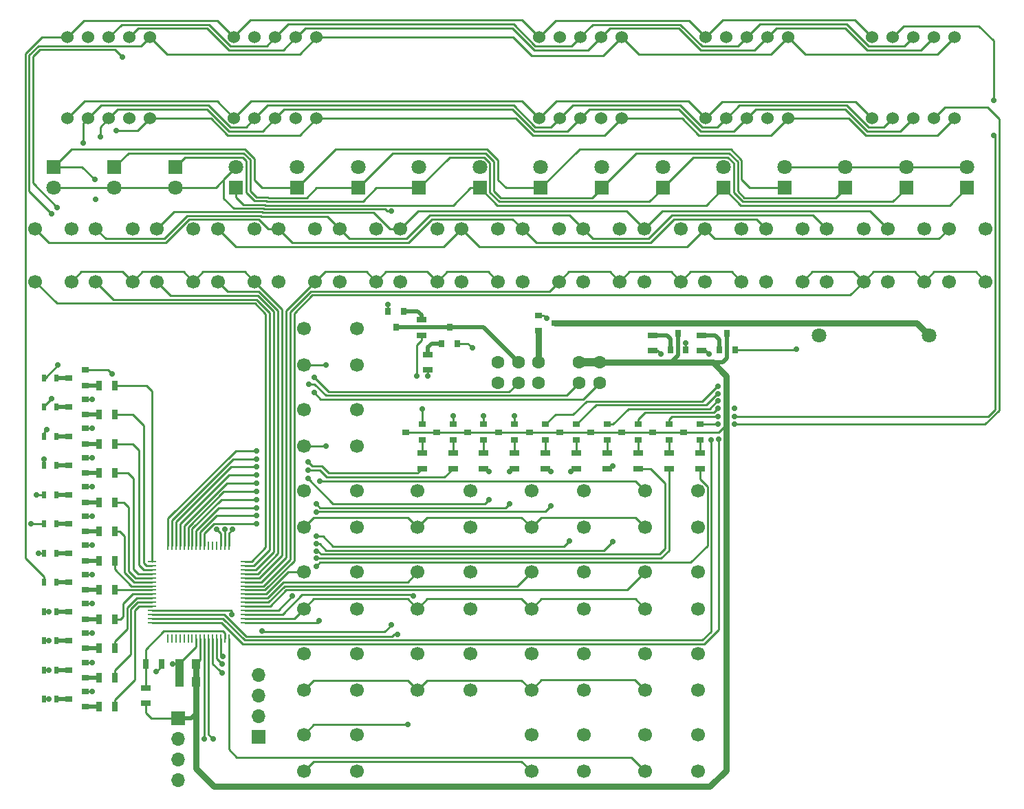
<source format=gbr>
G04 #@! TF.FileFunction,Copper,L1,Top,Signal*
%FSLAX46Y46*%
G04 Gerber Fmt 4.6, Leading zero omitted, Abs format (unit mm)*
G04 Created by KiCad (PCBNEW 4.0.7) date 05/15/18 18:49:16*
%MOMM*%
%LPD*%
G01*
G04 APERTURE LIST*
%ADD10C,0.100000*%
%ADD11R,1.800000X1.800000*%
%ADD12C,1.800000*%
%ADD13R,0.900000X0.800000*%
%ADD14R,1.000000X1.250000*%
%ADD15R,1.700000X1.700000*%
%ADD16O,1.700000X1.700000*%
%ADD17R,0.800000X0.900000*%
%ADD18R,1.300000X0.700000*%
%ADD19R,0.700000X1.300000*%
%ADD20R,0.500000X0.900000*%
%ADD21C,1.600000*%
%ADD22R,0.250000X1.000000*%
%ADD23R,1.000000X0.250000*%
%ADD24C,1.524000*%
%ADD25C,1.700000*%
%ADD26C,0.700000*%
%ADD27C,0.250000*%
%ADD28C,0.800000*%
%ADD29C,1.000000*%
%ADD30C,0.500000*%
G04 APERTURE END LIST*
D10*
D11*
X109170000Y-77620000D03*
D12*
X109170000Y-80160000D03*
X201995000Y-98340000D03*
X188405000Y-98340000D03*
D13*
X98100000Y-104500000D03*
X98100000Y-102600000D03*
X96100000Y-103550000D03*
D11*
X199170000Y-80170000D03*
D12*
X199170000Y-77630000D03*
D14*
X111700000Y-141000000D03*
X109700000Y-141000000D03*
X111700000Y-138850000D03*
X109700000Y-138850000D03*
D11*
X184170000Y-80170000D03*
D12*
X184170000Y-77630000D03*
D11*
X154170000Y-80170000D03*
D12*
X154170000Y-77630000D03*
D11*
X124170000Y-80170000D03*
D12*
X124170000Y-77630000D03*
D11*
X94170000Y-77620000D03*
D12*
X94170000Y-80160000D03*
D11*
X191670000Y-80170000D03*
D12*
X191670000Y-77630000D03*
D11*
X161670000Y-80170000D03*
D12*
X161670000Y-77630000D03*
D11*
X131670000Y-80170000D03*
D12*
X131670000Y-77630000D03*
D11*
X101670000Y-77620000D03*
D12*
X101670000Y-80160000D03*
D11*
X169170000Y-80170000D03*
D12*
X169170000Y-77630000D03*
D11*
X139170000Y-80170000D03*
D12*
X139170000Y-77630000D03*
D11*
X206670000Y-80170000D03*
D12*
X206670000Y-77630000D03*
D11*
X176670000Y-80170000D03*
D12*
X176670000Y-77630000D03*
D11*
X146670000Y-80170000D03*
D12*
X146670000Y-77630000D03*
D11*
X116670000Y-80170000D03*
D12*
X116670000Y-77630000D03*
D15*
X109550000Y-145500000D03*
D16*
X109550000Y-148040000D03*
X109550000Y-150580000D03*
X109550000Y-153120000D03*
D13*
X153900000Y-95850000D03*
X153900000Y-97750000D03*
X155900000Y-96800000D03*
X139550000Y-111200000D03*
X139550000Y-109300000D03*
X137550000Y-110250000D03*
X143350000Y-111200000D03*
X143350000Y-109300000D03*
X141350000Y-110250000D03*
X147150000Y-111200000D03*
X147150000Y-109300000D03*
X145150000Y-110250000D03*
X150950000Y-111200000D03*
X150950000Y-109300000D03*
X148950000Y-110250000D03*
X154750000Y-111200000D03*
X154750000Y-109300000D03*
X152750000Y-110250000D03*
X158550000Y-111200000D03*
X158550000Y-109300000D03*
X156550000Y-110250000D03*
X162350000Y-111200000D03*
X162350000Y-109300000D03*
X160350000Y-110250000D03*
X166150000Y-111200000D03*
X166150000Y-109300000D03*
X164150000Y-110250000D03*
X169950000Y-111200000D03*
X169950000Y-109300000D03*
X167950000Y-110250000D03*
X98100000Y-129700000D03*
X98100000Y-127800000D03*
X96100000Y-128750000D03*
X98100000Y-126100000D03*
X98100000Y-124200000D03*
X96100000Y-125150000D03*
X98100000Y-122500000D03*
X98100000Y-120600000D03*
X96100000Y-121550000D03*
X98100000Y-118900000D03*
X98100000Y-117000000D03*
X96100000Y-117950000D03*
X98100000Y-115300000D03*
X98100000Y-113400000D03*
X96100000Y-114350000D03*
X98100000Y-111700000D03*
X98100000Y-109800000D03*
X96100000Y-110750000D03*
X98100000Y-108100000D03*
X98100000Y-106200000D03*
X96100000Y-107150000D03*
D17*
X176160000Y-100120000D03*
X178060000Y-100120000D03*
X177110000Y-98120000D03*
X170120000Y-100120000D03*
X172020000Y-100120000D03*
X171070000Y-98120000D03*
X141980000Y-99330000D03*
X143880000Y-99330000D03*
X142930000Y-97330000D03*
X137270000Y-95340000D03*
X135370000Y-95340000D03*
X136320000Y-97340000D03*
D13*
X98100000Y-144100000D03*
X98100000Y-142200000D03*
X96100000Y-143150000D03*
X98100000Y-140500000D03*
X98100000Y-138600000D03*
X96100000Y-139550000D03*
X98100000Y-136900000D03*
X98100000Y-135000000D03*
X96100000Y-135950000D03*
X98100000Y-133300000D03*
X98100000Y-131400000D03*
X96100000Y-132350000D03*
D18*
X105550000Y-143650000D03*
X105550000Y-141750000D03*
D19*
X105550000Y-138850000D03*
X107450000Y-138850000D03*
D18*
X139550000Y-112850000D03*
X139550000Y-114750000D03*
X143350000Y-112850000D03*
X143350000Y-114750000D03*
X147150000Y-112850000D03*
X147150000Y-114750000D03*
X150950000Y-112850000D03*
X150950000Y-114750000D03*
X154750000Y-112850000D03*
X154750000Y-114750000D03*
X158550000Y-112850000D03*
X158550000Y-114750000D03*
X162350000Y-112850000D03*
X162350000Y-114750000D03*
X166150000Y-112850000D03*
X166150000Y-114750000D03*
X169950000Y-112850000D03*
X169950000Y-114750000D03*
D20*
X94500000Y-128750000D03*
X93000000Y-128750000D03*
X94500000Y-125150000D03*
X93000000Y-125150000D03*
X94500000Y-121550000D03*
X93000000Y-121550000D03*
X94500000Y-117950000D03*
X93000000Y-117950000D03*
X94500000Y-114350000D03*
X93000000Y-114350000D03*
X94500000Y-110750000D03*
X93000000Y-110750000D03*
X94500000Y-107150000D03*
X93000000Y-107150000D03*
D19*
X101700000Y-129700000D03*
X99800000Y-129700000D03*
X101700000Y-126100000D03*
X99800000Y-126100000D03*
X101700000Y-122500000D03*
X99800000Y-122500000D03*
X101700000Y-118900000D03*
X99800000Y-118900000D03*
X101700000Y-115300000D03*
X99800000Y-115300000D03*
X101700000Y-111700000D03*
X99800000Y-111700000D03*
X101700000Y-108100000D03*
X99800000Y-108100000D03*
D18*
X173960000Y-98320000D03*
X173960000Y-100220000D03*
X167920000Y-98330000D03*
X167920000Y-100230000D03*
X140240000Y-100670000D03*
X140240000Y-102570000D03*
X139470000Y-96430000D03*
X139470000Y-98330000D03*
D20*
X93000000Y-143150000D03*
X94500000Y-143150000D03*
X93000000Y-139550000D03*
X94500000Y-139550000D03*
X93000000Y-135950000D03*
X94500000Y-135950000D03*
X93000000Y-132350000D03*
X94500000Y-132350000D03*
D19*
X101700000Y-144100000D03*
X99800000Y-144100000D03*
X101700000Y-140500000D03*
X99800000Y-140500000D03*
X101700000Y-136900000D03*
X99800000Y-136900000D03*
X101700000Y-133300000D03*
X99800000Y-133300000D03*
D21*
X148900000Y-104150000D03*
X151400000Y-104150000D03*
X153900000Y-104150000D03*
X158900000Y-104150000D03*
X161400000Y-104150000D03*
X161400000Y-101650000D03*
X158900000Y-101650000D03*
X153900000Y-101650000D03*
X151400000Y-101650000D03*
X148900000Y-101650000D03*
D22*
X108250000Y-135650000D03*
X108750000Y-135650000D03*
X109250000Y-135650000D03*
X109750000Y-135650000D03*
X110250000Y-135650000D03*
X110750000Y-135650000D03*
X111250000Y-135650000D03*
X111750000Y-135650000D03*
X112250000Y-135650000D03*
X112750000Y-135650000D03*
X113250000Y-135650000D03*
X113750000Y-135650000D03*
X114250000Y-135650000D03*
X114750000Y-135650000D03*
X115250000Y-135650000D03*
X115750000Y-135650000D03*
D23*
X117700000Y-133700000D03*
X117700000Y-133200000D03*
X117700000Y-132700000D03*
X117700000Y-132200000D03*
X117700000Y-131700000D03*
X117700000Y-131200000D03*
X117700000Y-130700000D03*
X117700000Y-130200000D03*
X117700000Y-129700000D03*
X117700000Y-129200000D03*
X117700000Y-128700000D03*
X117700000Y-128200000D03*
X117700000Y-127700000D03*
X117700000Y-127200000D03*
X117700000Y-126700000D03*
X117700000Y-126200000D03*
D22*
X115750000Y-124250000D03*
X115250000Y-124250000D03*
X114750000Y-124250000D03*
X114250000Y-124250000D03*
X113750000Y-124250000D03*
X113250000Y-124250000D03*
X112750000Y-124250000D03*
X112250000Y-124250000D03*
X111750000Y-124250000D03*
X111250000Y-124250000D03*
X110750000Y-124250000D03*
X110250000Y-124250000D03*
X109750000Y-124250000D03*
X109250000Y-124250000D03*
X108750000Y-124250000D03*
X108250000Y-124250000D03*
D23*
X106300000Y-126200000D03*
X106300000Y-126700000D03*
X106300000Y-127200000D03*
X106300000Y-127700000D03*
X106300000Y-128200000D03*
X106300000Y-128700000D03*
X106300000Y-129200000D03*
X106300000Y-129700000D03*
X106300000Y-130200000D03*
X106300000Y-130700000D03*
X106300000Y-131200000D03*
X106300000Y-131700000D03*
X106300000Y-132200000D03*
X106300000Y-132700000D03*
X106300000Y-133200000D03*
X106300000Y-133700000D03*
D24*
X95920000Y-71600000D03*
X98460000Y-71600000D03*
X101000000Y-71600000D03*
X103540000Y-71600000D03*
X106080000Y-71600000D03*
X106080000Y-61600000D03*
X103540000Y-61600000D03*
X101000000Y-61600000D03*
X98460000Y-61600000D03*
X95920000Y-61600000D03*
X116420000Y-71600000D03*
X118960000Y-71600000D03*
X121500000Y-71600000D03*
X124040000Y-71600000D03*
X126580000Y-71600000D03*
X126580000Y-61600000D03*
X124040000Y-61600000D03*
X121500000Y-61600000D03*
X118960000Y-61600000D03*
X116420000Y-61600000D03*
X153970000Y-71600000D03*
X156510000Y-71600000D03*
X159050000Y-71600000D03*
X161590000Y-71600000D03*
X164130000Y-71600000D03*
X164130000Y-61600000D03*
X161590000Y-61600000D03*
X159050000Y-61600000D03*
X156510000Y-61600000D03*
X153970000Y-61600000D03*
X174470000Y-71600000D03*
X177010000Y-71600000D03*
X179550000Y-71600000D03*
X182090000Y-71600000D03*
X184630000Y-71600000D03*
X184630000Y-61600000D03*
X182090000Y-61600000D03*
X179550000Y-61600000D03*
X177010000Y-61600000D03*
X174470000Y-61600000D03*
X194970000Y-71600000D03*
X197510000Y-71600000D03*
X200050000Y-71600000D03*
X202590000Y-71600000D03*
X205130000Y-71600000D03*
X205130000Y-61600000D03*
X202590000Y-61600000D03*
X200050000Y-61600000D03*
X197510000Y-61600000D03*
X194970000Y-61600000D03*
D13*
X173750000Y-111200000D03*
X173750000Y-109300000D03*
X171750000Y-110250000D03*
D18*
X173750000Y-112850000D03*
X173750000Y-114750000D03*
D20*
X94500000Y-103550000D03*
X93000000Y-103550000D03*
D19*
X101700000Y-104500000D03*
X99800000Y-104500000D03*
D25*
X131500000Y-152000000D03*
X125000000Y-152000000D03*
X131500000Y-147500000D03*
X125000000Y-147500000D03*
X131500000Y-102000000D03*
X125000000Y-102000000D03*
X131500000Y-97500000D03*
X125000000Y-97500000D03*
X131500000Y-142000000D03*
X125000000Y-142000000D03*
X131500000Y-137500000D03*
X125000000Y-137500000D03*
X145500000Y-122000000D03*
X139000000Y-122000000D03*
X145500000Y-117500000D03*
X139000000Y-117500000D03*
X173500000Y-142000000D03*
X167000000Y-142000000D03*
X173500000Y-137500000D03*
X167000000Y-137500000D03*
X131500000Y-112000000D03*
X125000000Y-112000000D03*
X131500000Y-107500000D03*
X125000000Y-107500000D03*
X173500000Y-132000000D03*
X167000000Y-132000000D03*
X173500000Y-127500000D03*
X167000000Y-127500000D03*
X159500000Y-142000000D03*
X153000000Y-142000000D03*
X159500000Y-137500000D03*
X153000000Y-137500000D03*
X131500000Y-122000000D03*
X125000000Y-122000000D03*
X131500000Y-117500000D03*
X125000000Y-117500000D03*
X173500000Y-122000000D03*
X167000000Y-122000000D03*
X173500000Y-117500000D03*
X167000000Y-117500000D03*
X159500000Y-132000000D03*
X153000000Y-132000000D03*
X159500000Y-127500000D03*
X153000000Y-127500000D03*
X145500000Y-142000000D03*
X139000000Y-142000000D03*
X145500000Y-137500000D03*
X139000000Y-137500000D03*
X131500000Y-132000000D03*
X125000000Y-132000000D03*
X131500000Y-127500000D03*
X125000000Y-127500000D03*
X159500000Y-122000000D03*
X153000000Y-122000000D03*
X159500000Y-117500000D03*
X153000000Y-117500000D03*
X145500000Y-132000000D03*
X139000000Y-132000000D03*
X145500000Y-127500000D03*
X139000000Y-127500000D03*
X159500000Y-152000000D03*
X153000000Y-152000000D03*
X159500000Y-147500000D03*
X153000000Y-147500000D03*
X96400000Y-85200000D03*
X96400000Y-91700000D03*
X91900000Y-85200000D03*
X91900000Y-91700000D03*
X126400000Y-85200000D03*
X126400000Y-91700000D03*
X121900000Y-85200000D03*
X121900000Y-91700000D03*
X156400000Y-85200000D03*
X156400000Y-91700000D03*
X151900000Y-85200000D03*
X151900000Y-91700000D03*
X186400000Y-85200000D03*
X186400000Y-91700000D03*
X181900000Y-85200000D03*
X181900000Y-91700000D03*
X103900000Y-85200000D03*
X103900000Y-91700000D03*
X99400000Y-85200000D03*
X99400000Y-91700000D03*
X133900000Y-85200000D03*
X133900000Y-91700000D03*
X129400000Y-85200000D03*
X129400000Y-91700000D03*
X163900000Y-85200000D03*
X163900000Y-91700000D03*
X159400000Y-85200000D03*
X159400000Y-91700000D03*
X193900000Y-85200000D03*
X193900000Y-91700000D03*
X189400000Y-85200000D03*
X189400000Y-91700000D03*
X111400000Y-85200000D03*
X111400000Y-91700000D03*
X106900000Y-85200000D03*
X106900000Y-91700000D03*
X141400000Y-85200000D03*
X141400000Y-91700000D03*
X136900000Y-85200000D03*
X136900000Y-91700000D03*
X171400000Y-85200000D03*
X171400000Y-91700000D03*
X166900000Y-85200000D03*
X166900000Y-91700000D03*
X201400000Y-85200000D03*
X201400000Y-91700000D03*
X196900000Y-85200000D03*
X196900000Y-91700000D03*
X118900000Y-85200000D03*
X118900000Y-91700000D03*
X114400000Y-85200000D03*
X114400000Y-91700000D03*
X148900000Y-85200000D03*
X148900000Y-91700000D03*
X144400000Y-85200000D03*
X144400000Y-91700000D03*
X178900000Y-85200000D03*
X178900000Y-91700000D03*
X174400000Y-85200000D03*
X174400000Y-91700000D03*
X208900000Y-85200000D03*
X208900000Y-91700000D03*
X204400000Y-85200000D03*
X204400000Y-91700000D03*
X173500000Y-152000000D03*
X167000000Y-152000000D03*
X173500000Y-147500000D03*
X167000000Y-147500000D03*
D15*
X119410000Y-147800000D03*
D16*
X119410000Y-145260000D03*
X119410000Y-142720000D03*
X119410000Y-140180000D03*
D26*
X185630000Y-100040000D03*
X172010000Y-99310000D03*
X145740000Y-99870000D03*
X135740000Y-82990000D03*
X135370000Y-94490000D03*
X101350000Y-103080000D03*
X108850000Y-138850000D03*
X106850000Y-139750000D03*
X154890000Y-96260000D03*
X98900000Y-106200000D03*
X98900000Y-109800000D03*
X98900000Y-113410000D03*
X98900000Y-117000000D03*
X98900000Y-120600000D03*
X98900000Y-124200000D03*
X98900000Y-127800000D03*
X98900000Y-131400000D03*
X98900000Y-135000000D03*
X98900000Y-138600000D03*
X98900000Y-142200000D03*
X99240000Y-79160000D03*
X99360000Y-81550000D03*
X93600000Y-132360000D03*
X93600000Y-135950000D03*
X93600000Y-139540000D03*
X93600000Y-143150000D03*
X101920000Y-73130000D03*
X92080000Y-117950000D03*
X99920000Y-73870000D03*
X93010000Y-113550000D03*
X93961897Y-83344702D03*
X93310000Y-109930000D03*
X91400000Y-121550000D03*
X94620000Y-82570000D03*
X102680000Y-64080000D03*
X93950000Y-106150000D03*
X92350000Y-125160000D03*
X112750000Y-148050000D03*
X113800000Y-148050000D03*
X126900000Y-133474991D03*
X138450000Y-130450000D03*
X123600000Y-130450000D03*
X127700000Y-112000000D03*
X127700000Y-102000000D03*
X126258095Y-103490198D03*
X114250000Y-122250000D03*
X125620000Y-104320000D03*
X115250000Y-122250000D03*
X126259226Y-105371986D03*
X116250000Y-122250000D03*
X126950000Y-116300000D03*
X137800000Y-146300000D03*
X97810000Y-74590000D03*
X94730000Y-102010000D03*
X143350000Y-108280000D03*
X139550000Y-107400000D03*
X150950000Y-108280000D03*
X147150000Y-108280000D03*
X176000000Y-105510000D03*
X176000000Y-104590000D03*
X178000000Y-107340000D03*
X175980000Y-107340000D03*
X176000000Y-106420000D03*
X178000000Y-109300000D03*
X176000000Y-109300000D03*
X209900000Y-69350000D03*
X209900000Y-73700000D03*
X178000000Y-108300000D03*
X176000000Y-108300000D03*
X125500000Y-113950000D03*
X119150000Y-112550000D03*
X125500000Y-114950000D03*
X119150000Y-113550000D03*
X147800000Y-115100000D03*
X147800000Y-118550000D03*
X125500000Y-115950000D03*
X119150000Y-114550000D03*
X119150000Y-115550000D03*
X126500000Y-119100000D03*
X150300000Y-119100000D03*
X150300000Y-115100000D03*
X119150000Y-116550000D03*
X126500000Y-120100000D03*
X155400000Y-119350000D03*
X155400000Y-115100000D03*
X119150000Y-117550000D03*
X126500000Y-123100000D03*
X157700000Y-123650000D03*
X157900000Y-115100000D03*
X119150000Y-118550000D03*
X126500000Y-124000000D03*
X163000000Y-123700000D03*
X163000000Y-114400000D03*
X126500000Y-124900000D03*
X119150000Y-119550000D03*
X119150000Y-120550000D03*
X126500000Y-125800000D03*
X174860000Y-100660000D03*
X176043860Y-111124948D03*
X168970000Y-100630000D03*
X175150000Y-111230000D03*
X136560000Y-135190000D03*
X140230000Y-103340000D03*
X135760000Y-133990000D03*
X116130000Y-132710000D03*
X119870000Y-134750000D03*
X138890000Y-103370000D03*
X119150000Y-121550000D03*
X126500000Y-126800000D03*
X114910000Y-139930000D03*
X114926341Y-138840092D03*
X114990000Y-137910000D03*
D27*
X178060000Y-100120000D02*
X185550000Y-100120000D01*
X185550000Y-100120000D02*
X185630000Y-100040000D01*
X191670000Y-77630000D02*
X184170000Y-77630000D01*
X199170000Y-77630000D02*
X191670000Y-77630000D01*
X206670000Y-77630000D02*
X199170000Y-77630000D01*
X172020000Y-99320000D02*
X172010000Y-99310000D01*
X172020000Y-100120000D02*
X172020000Y-99320000D01*
X143880000Y-99330000D02*
X145200000Y-99330000D01*
X145200000Y-99330000D02*
X145740000Y-99870000D01*
X109170000Y-80160000D02*
X114140000Y-80160000D01*
X114140000Y-80160000D02*
X116670000Y-77630000D01*
X101670000Y-80160000D02*
X109170000Y-80160000D01*
X94170000Y-80160000D02*
X101670000Y-80160000D01*
X115150000Y-79150000D02*
X116670000Y-77630000D01*
X115150000Y-81480000D02*
X115150000Y-79150000D01*
X135000065Y-82745039D02*
X120093274Y-82745039D01*
X116344966Y-82674966D02*
X115150000Y-81480000D01*
X120023201Y-82674966D02*
X116344966Y-82674966D01*
X120093274Y-82745039D02*
X120023201Y-82674966D01*
X135245026Y-82990000D02*
X135000065Y-82745039D01*
X135740000Y-82990000D02*
X135245026Y-82990000D01*
X135370000Y-95340000D02*
X135370000Y-94490000D01*
D28*
X155900000Y-96800000D02*
X200455000Y-96800000D01*
X200455000Y-96800000D02*
X201995000Y-98340000D01*
D27*
X98100000Y-102600000D02*
X100870000Y-102600000D01*
X100870000Y-102600000D02*
X101350000Y-103080000D01*
D29*
X109700000Y-141000000D02*
X109700000Y-138850000D01*
D27*
X109700000Y-138850000D02*
X108850000Y-138850000D01*
X107450000Y-138850000D02*
X107450000Y-139150000D01*
X107450000Y-139150000D02*
X106850000Y-139750000D01*
X153900000Y-95850000D02*
X154480000Y-95850000D01*
X154480000Y-95850000D02*
X154890000Y-96260000D01*
X98100000Y-102600000D02*
X98160000Y-102600000D01*
X98100000Y-106200000D02*
X98900000Y-106200000D01*
X98100000Y-109800000D02*
X98900000Y-109800000D01*
X98100000Y-113400000D02*
X98890000Y-113400000D01*
X98890000Y-113400000D02*
X98900000Y-113410000D01*
X98100000Y-117000000D02*
X98900000Y-117000000D01*
X98100000Y-120600000D02*
X98900000Y-120600000D01*
X98100000Y-124200000D02*
X98900000Y-124200000D01*
X98100000Y-127800000D02*
X98900000Y-127800000D01*
X98100000Y-131400000D02*
X98900000Y-131400000D01*
X98100000Y-135000000D02*
X98900000Y-135000000D01*
X98100000Y-138600000D02*
X98900000Y-138600000D01*
X98100000Y-142200000D02*
X98900000Y-142200000D01*
X111750000Y-135650000D02*
X111750000Y-136690000D01*
X109700000Y-138740000D02*
X111750000Y-136690000D01*
X109700000Y-138850000D02*
X109700000Y-138740000D01*
X153900000Y-95850000D02*
X153940000Y-95850000D01*
D28*
X170250000Y-101650000D02*
X170260000Y-101660000D01*
X170260000Y-101660000D02*
X175340000Y-101660000D01*
X175340000Y-101660000D02*
X175350000Y-101650000D01*
X161400000Y-101650000D02*
X161410000Y-101640000D01*
X161410000Y-101640000D02*
X170240000Y-101640000D01*
X170240000Y-101640000D02*
X170250000Y-101650000D01*
D30*
X142930000Y-97330000D02*
X147080000Y-97330000D01*
X147080000Y-97330000D02*
X151400000Y-101650000D01*
X136320000Y-97340000D02*
X142920000Y-97340000D01*
X142920000Y-97340000D02*
X142930000Y-97330000D01*
X171070000Y-98120000D02*
X171070000Y-100830000D01*
X171070000Y-100830000D02*
X170250000Y-101650000D01*
X176600000Y-101650000D02*
X177110000Y-101140000D01*
X177110000Y-101140000D02*
X177110000Y-98120000D01*
X175350000Y-101650000D02*
X176600000Y-101650000D01*
D27*
X141350000Y-110250000D02*
X137550000Y-110250000D01*
X145150000Y-110250000D02*
X141350000Y-110250000D01*
X148950000Y-110250000D02*
X145150000Y-110250000D01*
X152750000Y-110250000D02*
X148950000Y-110250000D01*
X156550000Y-110250000D02*
X152750000Y-110250000D01*
X160350000Y-110250000D02*
X156550000Y-110250000D01*
X164150000Y-110250000D02*
X160350000Y-110250000D01*
X167950000Y-110250000D02*
X164150000Y-110250000D01*
X171750000Y-110250000D02*
X167950000Y-110250000D01*
X171750000Y-110250000D02*
X176100000Y-110250000D01*
X176100000Y-110250000D02*
X177000000Y-109350000D01*
X105550000Y-143650000D02*
X105550000Y-144800000D01*
X106250000Y-145500000D02*
X109550000Y-145500000D01*
X105550000Y-144800000D02*
X106250000Y-145500000D01*
D30*
X109550000Y-145500000D02*
X111100000Y-145500000D01*
X111100000Y-145500000D02*
X111700000Y-144900000D01*
D27*
X112250000Y-135650000D02*
X112250000Y-138300000D01*
X112250000Y-138300000D02*
X111700000Y-138850000D01*
D28*
X111700000Y-141000000D02*
X111700000Y-138850000D01*
X111700000Y-141000000D02*
X111700000Y-144900000D01*
X111700000Y-144900000D02*
X111700000Y-151700000D01*
X111700000Y-151700000D02*
X113900000Y-153900000D01*
X175000000Y-153900000D02*
X113900000Y-153900000D01*
X177000000Y-151900000D02*
X175000000Y-153900000D01*
X177000000Y-103300000D02*
X177000000Y-109350000D01*
X177000000Y-109350000D02*
X177000000Y-151900000D01*
X175350000Y-101650000D02*
X177000000Y-103300000D01*
D29*
X161400000Y-101650000D02*
X158900000Y-101650000D01*
D27*
X94170000Y-77620000D02*
X97700000Y-77620000D01*
X97700000Y-77620000D02*
X99240000Y-79160000D01*
X93000000Y-132350000D02*
X93590000Y-132350000D01*
X93590000Y-132350000D02*
X93600000Y-132360000D01*
X124170000Y-80170000D02*
X119870000Y-80170000D01*
X119870000Y-80170000D02*
X118900000Y-79200000D01*
X118900000Y-79200000D02*
X118900000Y-76550000D01*
X117750000Y-75400000D02*
X96400000Y-75400000D01*
X118900000Y-76550000D02*
X117750000Y-75400000D01*
X96400000Y-75400000D02*
X94170000Y-77630000D01*
X93000000Y-132350000D02*
X93000000Y-132150000D01*
X184170000Y-80170000D02*
X179920000Y-80170000D01*
X158940000Y-75400000D02*
X154170000Y-80170000D01*
X177550000Y-75400000D02*
X158940000Y-75400000D01*
X178900000Y-76750000D02*
X177550000Y-75400000D01*
X178900000Y-79150000D02*
X178900000Y-76750000D01*
X179920000Y-80170000D02*
X178900000Y-79150000D01*
X154170000Y-80170000D02*
X149870000Y-80170000D01*
X149870000Y-80170000D02*
X148900000Y-79200000D01*
X148900000Y-79200000D02*
X148900000Y-76750000D01*
X148900000Y-76750000D02*
X147550000Y-75400000D01*
X147550000Y-75400000D02*
X128940000Y-75400000D01*
X128940000Y-75400000D02*
X124170000Y-80170000D01*
X184170000Y-80170000D02*
X184170000Y-80179996D01*
X93000000Y-135950000D02*
X93600000Y-135950000D01*
X131670000Y-80170000D02*
X126555002Y-80170000D01*
X125330001Y-81395001D02*
X120652469Y-81395001D01*
X120582401Y-81324933D02*
X119174933Y-81324933D01*
X117600000Y-75900000D02*
X103390000Y-75900000D01*
X126555002Y-80170000D02*
X125330001Y-81395001D01*
X120652469Y-81395001D02*
X120582401Y-81324933D01*
X118400000Y-76700000D02*
X117600000Y-75900000D01*
X119174933Y-81324933D02*
X118400000Y-80550000D01*
X118400000Y-80550000D02*
X118400000Y-76700000D01*
X103390000Y-75900000D02*
X101670000Y-77620000D01*
X93000000Y-135950000D02*
X93000000Y-135750000D01*
X161670000Y-80170000D02*
X161670000Y-80180000D01*
X161670000Y-80180000D02*
X160450002Y-81399998D01*
X135940000Y-75900000D02*
X131670000Y-80170000D01*
X147400000Y-75900000D02*
X135940000Y-75900000D01*
X148400000Y-76900000D02*
X147400000Y-75900000D01*
X148400000Y-80550000D02*
X148400000Y-76900000D01*
X149249998Y-81399998D02*
X148400000Y-80550000D01*
X160450002Y-81399998D02*
X149249998Y-81399998D01*
X191670000Y-80170000D02*
X191670000Y-80180000D01*
X191670000Y-80180000D02*
X190450002Y-81399998D01*
X190450002Y-81399998D02*
X179199998Y-81399998D01*
X179199998Y-81399998D02*
X178400000Y-80600000D01*
X178400000Y-80600000D02*
X178400000Y-76950000D01*
X178400000Y-76950000D02*
X177350000Y-75900000D01*
X177350000Y-75900000D02*
X165940000Y-75900000D01*
X165940000Y-75900000D02*
X161670000Y-80170000D01*
X93000000Y-139550000D02*
X93590000Y-139550000D01*
X93590000Y-139550000D02*
X93600000Y-139540000D01*
X139170000Y-80170000D02*
X133937178Y-80170000D01*
X133937178Y-80170000D02*
X132262166Y-81845012D01*
X132262166Y-81845012D02*
X120466069Y-81845012D01*
X117900000Y-80750000D02*
X117900000Y-76850000D01*
X120466069Y-81845012D02*
X120396001Y-81774944D01*
X118924944Y-81774944D02*
X117900000Y-80750000D01*
X120396001Y-81774944D02*
X118924944Y-81774944D01*
X117900000Y-76850000D02*
X117450000Y-76400000D01*
X117450000Y-76400000D02*
X110390000Y-76400000D01*
X110390000Y-76400000D02*
X109170000Y-77620000D01*
X93000000Y-139550000D02*
X93000000Y-139350000D01*
X169170000Y-80170000D02*
X169170000Y-80180000D01*
X169170000Y-80180000D02*
X167500000Y-81850000D01*
X142940000Y-76400000D02*
X139170000Y-80170000D01*
X147200000Y-76400000D02*
X142940000Y-76400000D01*
X147900000Y-77100000D02*
X147200000Y-76400000D01*
X147900000Y-80700000D02*
X147900000Y-77100000D01*
X149050000Y-81850000D02*
X147900000Y-80700000D01*
X167500000Y-81850000D02*
X149050000Y-81850000D01*
X199170000Y-80170000D02*
X199170000Y-80180000D01*
X199170000Y-80180000D02*
X197500000Y-81850000D01*
X197500000Y-81850000D02*
X179000000Y-81850000D01*
X179000000Y-81850000D02*
X177900000Y-80750000D01*
X177900000Y-80750000D02*
X177900000Y-77100000D01*
X177900000Y-77100000D02*
X177200000Y-76400000D01*
X177200000Y-76400000D02*
X172940000Y-76400000D01*
X172940000Y-76400000D02*
X169170000Y-80170000D01*
X93000000Y-143150000D02*
X93600000Y-143150000D01*
X117574955Y-82224955D02*
X116670000Y-81320000D01*
X135186460Y-82295023D02*
X120279669Y-82295023D01*
X120209601Y-82224955D02*
X117574955Y-82224955D01*
X145520000Y-80170000D02*
X143380000Y-82310000D01*
X135201437Y-82310000D02*
X135186460Y-82295023D01*
X120279669Y-82295023D02*
X120209601Y-82224955D01*
X143380000Y-82310000D02*
X135201437Y-82310000D01*
X146670000Y-80170000D02*
X145520000Y-80170000D01*
X116670000Y-81320000D02*
X116670000Y-80170000D01*
X176670000Y-80170000D02*
X174530000Y-82310000D01*
X148810000Y-82310000D02*
X146670000Y-80170000D01*
X174530000Y-82310000D02*
X148810000Y-82310000D01*
X206670000Y-80170000D02*
X204530000Y-82310000D01*
X178810000Y-82310000D02*
X176670000Y-80170000D01*
X204530000Y-82310000D02*
X178810000Y-82310000D01*
X101920000Y-73130000D02*
X104550000Y-73130000D01*
X104550000Y-73130000D02*
X106080000Y-71600000D01*
X93000000Y-117950000D02*
X92080000Y-117950000D01*
X106080000Y-71600000D02*
X113550000Y-71600000D01*
X124480000Y-73700000D02*
X126580000Y-71600000D01*
X115650000Y-73700000D02*
X124480000Y-73700000D01*
X113550000Y-71600000D02*
X115650000Y-73700000D01*
X126580000Y-71600000D02*
X151100000Y-71600000D01*
X162030000Y-73700000D02*
X164130000Y-71600000D01*
X153200000Y-73700000D02*
X162030000Y-73700000D01*
X151100000Y-71600000D02*
X153200000Y-73700000D01*
X164130000Y-71600000D02*
X171550000Y-71600000D01*
X182530000Y-73700000D02*
X184630000Y-71600000D01*
X173650000Y-73700000D02*
X182530000Y-73700000D01*
X171550000Y-71600000D02*
X173650000Y-73700000D01*
X184630000Y-71600000D02*
X192100000Y-71600000D01*
X203030000Y-73700000D02*
X205130000Y-71600000D01*
X194200000Y-73700000D02*
X203030000Y-73700000D01*
X192100000Y-71600000D02*
X194200000Y-73700000D01*
X99920000Y-73870000D02*
X99920000Y-72680000D01*
X99920000Y-72680000D02*
X101000000Y-71600000D01*
X93000000Y-114350000D02*
X93000000Y-113560000D01*
X93000000Y-113560000D02*
X93010000Y-113550000D01*
X101000000Y-71600000D02*
X102100000Y-70500000D01*
X119900000Y-73200000D02*
X121500000Y-71600000D01*
X115800000Y-73200000D02*
X119900000Y-73200000D01*
X113100000Y-70500000D02*
X115800000Y-73200000D01*
X102100000Y-70500000D02*
X113100000Y-70500000D01*
X121500000Y-71600000D02*
X122600000Y-70500000D01*
X157450000Y-73200000D02*
X159050000Y-71600000D01*
X153350000Y-73200000D02*
X157450000Y-73200000D01*
X150650000Y-70500000D02*
X153350000Y-73200000D01*
X122600000Y-70500000D02*
X150650000Y-70500000D01*
X159050000Y-71600000D02*
X160150000Y-70500000D01*
X177950000Y-73200000D02*
X179550000Y-71600000D01*
X173850000Y-73200000D02*
X177950000Y-73200000D01*
X171150000Y-70500000D02*
X173850000Y-73200000D01*
X160150000Y-70500000D02*
X171150000Y-70500000D01*
X179550000Y-71600000D02*
X180650000Y-70500000D01*
X198450000Y-73200000D02*
X200050000Y-71600000D01*
X194350000Y-73200000D02*
X198450000Y-73200000D01*
X191650000Y-70500000D02*
X194350000Y-73200000D01*
X180650000Y-70500000D02*
X191650000Y-70500000D01*
X153030000Y-63850000D02*
X161880000Y-63850000D01*
X161880000Y-63850000D02*
X164130000Y-61600000D01*
X150780000Y-61600000D02*
X153030000Y-63850000D01*
X126580000Y-61600000D02*
X150780000Y-61600000D01*
X91179989Y-80562794D02*
X93961897Y-83344702D01*
X91179989Y-63803600D02*
X91179989Y-80562794D01*
X92293600Y-62689989D02*
X91179989Y-63803600D01*
X106080000Y-61600000D02*
X104990011Y-62689989D01*
X104990011Y-62689989D02*
X92293600Y-62689989D01*
X93000000Y-110750000D02*
X93000000Y-110240000D01*
X93000000Y-110240000D02*
X93310000Y-109930000D01*
X184630000Y-61600000D02*
X184650000Y-61600000D01*
X184650000Y-61600000D02*
X186750000Y-63700000D01*
X203030000Y-63700000D02*
X205130000Y-61600000D01*
X186750000Y-63700000D02*
X203030000Y-63700000D01*
X106080000Y-61600000D02*
X106080000Y-61630000D01*
X106080000Y-61630000D02*
X108150000Y-63700000D01*
X108150000Y-63700000D02*
X124480000Y-63700000D01*
X124480000Y-63700000D02*
X126580000Y-61600000D01*
X164130000Y-61600000D02*
X164150000Y-61600000D01*
X164150000Y-61600000D02*
X166250000Y-63700000D01*
X166250000Y-63700000D02*
X182530000Y-63700000D01*
X182530000Y-63700000D02*
X184630000Y-61600000D01*
X93000000Y-121550000D02*
X91400000Y-121550000D01*
X174470000Y-71600000D02*
X174470000Y-71580000D01*
X174470000Y-71580000D02*
X176500000Y-69550000D01*
X192920000Y-69550000D02*
X194970000Y-71600000D01*
X176500000Y-69550000D02*
X192920000Y-69550000D01*
X153970000Y-71600000D02*
X153970000Y-71580000D01*
X153970000Y-71580000D02*
X156050000Y-69500000D01*
X172370000Y-69500000D02*
X174470000Y-71600000D01*
X156050000Y-69500000D02*
X172370000Y-69500000D01*
X116420000Y-71600000D02*
X116420000Y-71580000D01*
X116420000Y-71580000D02*
X118500000Y-69500000D01*
X151870000Y-69500000D02*
X153970000Y-71600000D01*
X118500000Y-69500000D02*
X151870000Y-69500000D01*
X95920000Y-71600000D02*
X95920000Y-71580000D01*
X95920000Y-71580000D02*
X98000000Y-69500000D01*
X98000000Y-69500000D02*
X114320000Y-69500000D01*
X114320000Y-69500000D02*
X116420000Y-71600000D01*
X92747178Y-61600000D02*
X95920000Y-61600000D01*
X90720000Y-63627178D02*
X92747178Y-61600000D01*
X93000000Y-128050000D02*
X90720000Y-125770000D01*
X93000000Y-128750000D02*
X93000000Y-128050000D01*
X90720000Y-125770000D02*
X90720000Y-63627178D01*
X174470000Y-61600000D02*
X174470000Y-61580000D01*
X174470000Y-61580000D02*
X176550000Y-59500000D01*
X192870000Y-59500000D02*
X194970000Y-61600000D01*
X176550000Y-59500000D02*
X192870000Y-59500000D01*
X153970000Y-61600000D02*
X153970000Y-61580000D01*
X153970000Y-61580000D02*
X156000000Y-59550000D01*
X172420000Y-59550000D02*
X174470000Y-61600000D01*
X156000000Y-59550000D02*
X172420000Y-59550000D01*
X116420000Y-61600000D02*
X116420000Y-61530000D01*
X116420000Y-61530000D02*
X118450000Y-59500000D01*
X151870000Y-59500000D02*
X153970000Y-61600000D01*
X118450000Y-59500000D02*
X151870000Y-59500000D01*
X95920000Y-61600000D02*
X95920000Y-61580000D01*
X95920000Y-61580000D02*
X97950000Y-59550000D01*
X97950000Y-59550000D02*
X114370000Y-59550000D01*
X114370000Y-59550000D02*
X116420000Y-61600000D01*
X91630000Y-79580000D02*
X94620000Y-82570000D01*
X102680000Y-64080000D02*
X101740000Y-63140000D01*
X92480000Y-63140000D02*
X91630000Y-63990000D01*
X101740000Y-63140000D02*
X92480000Y-63140000D01*
X91630000Y-63990000D02*
X91630000Y-79580000D01*
X93000000Y-107150000D02*
X93000000Y-107100000D01*
X93000000Y-107100000D02*
X93950000Y-106150000D01*
X182090000Y-61600000D02*
X182100000Y-61600000D01*
X182100000Y-61600000D02*
X183200000Y-60500000D01*
X200990000Y-63200000D02*
X202590000Y-61600000D01*
X194350000Y-63200000D02*
X200990000Y-63200000D01*
X191650000Y-60500000D02*
X194350000Y-63200000D01*
X183200000Y-60500000D02*
X191650000Y-60500000D01*
X124040000Y-61600000D02*
X124050000Y-61600000D01*
X124050000Y-61600000D02*
X125150000Y-60500000D01*
X159990000Y-63200000D02*
X161590000Y-61600000D01*
X153350000Y-63200000D02*
X159990000Y-63200000D01*
X150650000Y-60500000D02*
X153350000Y-63200000D01*
X125150000Y-60500000D02*
X150650000Y-60500000D01*
X161590000Y-61600000D02*
X161600000Y-61600000D01*
X161600000Y-61600000D02*
X162699998Y-60500002D01*
X162699998Y-60500002D02*
X171150002Y-60500002D01*
X171150002Y-60500002D02*
X173850000Y-63200000D01*
X173850000Y-63200000D02*
X180490000Y-63200000D01*
X180490000Y-63200000D02*
X182090000Y-61600000D01*
X103540000Y-61600000D02*
X103550000Y-61600000D01*
X103550000Y-61600000D02*
X104649998Y-60500002D01*
X104649998Y-60500002D02*
X113100002Y-60500002D01*
X113100002Y-60500002D02*
X115800000Y-63200000D01*
X115800000Y-63200000D02*
X122440000Y-63200000D01*
X122440000Y-63200000D02*
X124040000Y-61600000D01*
X93000000Y-125150000D02*
X92360000Y-125150000D01*
X92360000Y-125150000D02*
X92350000Y-125160000D01*
X179550000Y-61600000D02*
X181150000Y-60000000D01*
X198950000Y-62700000D02*
X200050000Y-61600000D01*
X194500000Y-62700000D02*
X198950000Y-62700000D01*
X191800000Y-60000000D02*
X194500000Y-62700000D01*
X181150000Y-60000000D02*
X191800000Y-60000000D01*
X121500000Y-61600000D02*
X123100000Y-60000000D01*
X157950000Y-62700000D02*
X159050000Y-61600000D01*
X153500000Y-62700000D02*
X157950000Y-62700000D01*
X150800000Y-60000000D02*
X153500000Y-62700000D01*
X123100000Y-60000000D02*
X150800000Y-60000000D01*
X159050000Y-61600000D02*
X159050000Y-61550000D01*
X159050000Y-61550000D02*
X160550000Y-60050000D01*
X160550000Y-60050000D02*
X171350000Y-60050000D01*
X171350000Y-60050000D02*
X174000000Y-62700000D01*
X174000000Y-62700000D02*
X178450000Y-62700000D01*
X178450000Y-62700000D02*
X179550000Y-61600000D01*
X101000000Y-61600000D02*
X102550000Y-60050000D01*
X120400000Y-62700000D02*
X121500000Y-61600000D01*
X115950000Y-62700000D02*
X120400000Y-62700000D01*
X113300000Y-60050000D02*
X115950000Y-62700000D01*
X102550000Y-60050000D02*
X113300000Y-60050000D01*
X112750000Y-135650000D02*
X112750000Y-148050000D01*
X113250000Y-135650000D02*
X113250000Y-147500000D01*
X113250000Y-147500000D02*
X113800000Y-148050000D01*
X139550000Y-112850000D02*
X139550000Y-111200000D01*
X143350000Y-112850000D02*
X143350000Y-111200000D01*
X147150000Y-112850000D02*
X147150000Y-111200000D01*
X150950000Y-112850000D02*
X150950000Y-111200000D01*
X154750000Y-112850000D02*
X154750000Y-111200000D01*
X158550000Y-112850000D02*
X158550000Y-111200000D01*
X162350000Y-112850000D02*
X162350000Y-111200000D01*
X166150000Y-112850000D02*
X166150000Y-111200000D01*
X169950000Y-112850000D02*
X169950000Y-111200000D01*
D30*
X99800000Y-129700000D02*
X98100000Y-129700000D01*
X96100000Y-128750000D02*
X94500000Y-128750000D01*
X99800000Y-126100000D02*
X98100000Y-126100000D01*
X96100000Y-125150000D02*
X94500000Y-125150000D01*
X99800000Y-122500000D02*
X98100000Y-122500000D01*
X96100000Y-121550000D02*
X94500000Y-121550000D01*
X99800000Y-118900000D02*
X98100000Y-118900000D01*
X96100000Y-117950000D02*
X94500000Y-117950000D01*
X99800000Y-115300000D02*
X98100000Y-115300000D01*
X96100000Y-114350000D02*
X94500000Y-114350000D01*
X99800000Y-111700000D02*
X98100000Y-111700000D01*
X96100000Y-110750000D02*
X94500000Y-110750000D01*
X99800000Y-108100000D02*
X98100000Y-108100000D01*
X96100000Y-107150000D02*
X94500000Y-107150000D01*
X173960000Y-98320000D02*
X175620000Y-98320000D01*
X175620000Y-98320000D02*
X176160000Y-98860000D01*
X176160000Y-98860000D02*
X176160000Y-100120000D01*
X169700000Y-98330000D02*
X170120000Y-98750000D01*
X170120000Y-98750000D02*
X170120000Y-100120000D01*
X167920000Y-98330000D02*
X169700000Y-98330000D01*
X140240000Y-100670000D02*
X140240000Y-99820000D01*
X140240000Y-99820000D02*
X140730000Y-99330000D01*
X140730000Y-99330000D02*
X141980000Y-99330000D01*
X139470000Y-95810000D02*
X139000000Y-95340000D01*
X139000000Y-95340000D02*
X137270000Y-95340000D01*
X139470000Y-96430000D02*
X139470000Y-95810000D01*
X99800000Y-144100000D02*
X98100000Y-144100000D01*
X96100000Y-143150000D02*
X94500000Y-143150000D01*
X99800000Y-140500000D02*
X98100000Y-140500000D01*
X96100000Y-139550000D02*
X94500000Y-139550000D01*
X99800000Y-136900000D02*
X98100000Y-136900000D01*
X96100000Y-135950000D02*
X94500000Y-135950000D01*
X99800000Y-133300000D02*
X98100000Y-133300000D01*
X96100000Y-132350000D02*
X94500000Y-132350000D01*
D27*
X115250000Y-135650000D02*
X115250000Y-135000000D01*
X105550000Y-136990000D02*
X105550000Y-138850000D01*
X115250000Y-135000000D02*
X115010000Y-134760000D01*
X115010000Y-134760000D02*
X107780000Y-134760000D01*
X107780000Y-134760000D02*
X105550000Y-136990000D01*
X105550000Y-141750000D02*
X105550000Y-138850000D01*
X117700000Y-129700000D02*
X120200000Y-129700000D01*
X192250000Y-93350000D02*
X193900000Y-91700000D01*
X126050000Y-93350000D02*
X192250000Y-93350000D01*
X123800000Y-95600000D02*
X126050000Y-93350000D01*
X123800000Y-126100000D02*
X123800000Y-95600000D01*
X120200000Y-129700000D02*
X123800000Y-126100000D01*
X193900000Y-91700000D02*
X192700000Y-90500000D01*
X187600000Y-90500000D02*
X186400000Y-91700000D01*
X192700000Y-90500000D02*
X187600000Y-90500000D01*
X201400000Y-91700000D02*
X200200000Y-90500000D01*
X195100000Y-90500000D02*
X193900000Y-91700000D01*
X200200000Y-90500000D02*
X195100000Y-90500000D01*
X208900000Y-91700000D02*
X207700000Y-90500000D01*
X202600000Y-90500000D02*
X201400000Y-91700000D01*
X207700000Y-90500000D02*
X202600000Y-90500000D01*
X117700000Y-129200000D02*
X120000000Y-129200000D01*
X155200002Y-92899998D02*
X156400000Y-91700000D01*
X125850002Y-92899998D02*
X155200002Y-92899998D01*
X123300000Y-95450000D02*
X125850002Y-92899998D01*
X123300000Y-125900000D02*
X123300000Y-95450000D01*
X120000000Y-129200000D02*
X123300000Y-125900000D01*
X163900000Y-91700000D02*
X162700000Y-90500000D01*
X157600000Y-90500000D02*
X156400000Y-91700000D01*
X162700000Y-90500000D02*
X157600000Y-90500000D01*
X171400000Y-91700000D02*
X170200000Y-90500000D01*
X165100000Y-90500000D02*
X163900000Y-91700000D01*
X170200000Y-90500000D02*
X165100000Y-90500000D01*
X178900000Y-91700000D02*
X177700000Y-90500000D01*
X172600000Y-90500000D02*
X171400000Y-91700000D01*
X177700000Y-90500000D02*
X172600000Y-90500000D01*
X117700000Y-128700000D02*
X119750000Y-128700000D01*
X122800000Y-95300000D02*
X126400000Y-91700000D01*
X122800000Y-125650000D02*
X122800000Y-95300000D01*
X119750000Y-128700000D02*
X122800000Y-125650000D01*
X133900000Y-91700000D02*
X132700000Y-90500000D01*
X127600000Y-90500000D02*
X126400000Y-91700000D01*
X132700000Y-90500000D02*
X127600000Y-90500000D01*
X141400000Y-91700000D02*
X140200000Y-90500000D01*
X135100000Y-90500000D02*
X133900000Y-91700000D01*
X140200000Y-90500000D02*
X135100000Y-90500000D01*
X148900000Y-91700000D02*
X147700000Y-90500000D01*
X142600000Y-90500000D02*
X141400000Y-91700000D01*
X147700000Y-90500000D02*
X142600000Y-90500000D01*
X117700000Y-128200000D02*
X119500000Y-128200000D01*
X122300000Y-95100000D02*
X118900000Y-91700000D01*
X122300000Y-125400000D02*
X122300000Y-95100000D01*
X119500000Y-128200000D02*
X122300000Y-125400000D01*
X103900000Y-91700000D02*
X102700000Y-90500000D01*
X97600000Y-90500000D02*
X96400000Y-91700000D01*
X102700000Y-90500000D02*
X97600000Y-90500000D01*
X111400000Y-91700000D02*
X110200000Y-90500000D01*
X105100000Y-90500000D02*
X103900000Y-91700000D01*
X110200000Y-90500000D02*
X105100000Y-90500000D01*
X118900000Y-91700000D02*
X117700000Y-90500000D01*
X112600000Y-90500000D02*
X111400000Y-91700000D01*
X117700000Y-90500000D02*
X112600000Y-90500000D01*
X126674991Y-133700000D02*
X126900000Y-133474991D01*
X117700000Y-133700000D02*
X126674991Y-133700000D01*
X139000000Y-142000000D02*
X137800000Y-140800000D01*
X137800000Y-140800000D02*
X126200000Y-140800000D01*
X126200000Y-140800000D02*
X125000000Y-142000000D01*
X153000000Y-142000000D02*
X151800000Y-140800000D01*
X140200000Y-140800000D02*
X139000000Y-142000000D01*
X151800000Y-140800000D02*
X140200000Y-140800000D01*
X167000000Y-142000000D02*
X165750000Y-140750000D01*
X154250000Y-140750000D02*
X153000000Y-142000000D01*
X165750000Y-140750000D02*
X154250000Y-140750000D01*
X117700000Y-133200000D02*
X123800000Y-133200000D01*
X123800000Y-133200000D02*
X125000000Y-132000000D01*
X139000000Y-132000000D02*
X137800000Y-130800000D01*
X126200000Y-130800000D02*
X125000000Y-132000000D01*
X137800000Y-130800000D02*
X126200000Y-130800000D01*
X153000000Y-132000000D02*
X151800000Y-130800000D01*
X140200000Y-130800000D02*
X139000000Y-132000000D01*
X151800000Y-130800000D02*
X140200000Y-130800000D01*
X167000000Y-132000000D02*
X165800000Y-130800000D01*
X154200000Y-130800000D02*
X153000000Y-132000000D01*
X165800000Y-130800000D02*
X154200000Y-130800000D01*
X117700000Y-132700000D02*
X122350000Y-132700000D01*
X138250000Y-130250000D02*
X138450000Y-130450000D01*
X124800000Y-130250000D02*
X138250000Y-130250000D01*
X122350000Y-132700000D02*
X124800000Y-130250000D01*
X139000000Y-122000000D02*
X137800000Y-120800000D01*
X126200000Y-120800000D02*
X125000000Y-122000000D01*
X137800000Y-120800000D02*
X126200000Y-120800000D01*
X153000000Y-122000000D02*
X151800000Y-120800000D01*
X140200000Y-120800000D02*
X139000000Y-122000000D01*
X151800000Y-120800000D02*
X140200000Y-120800000D01*
X167000000Y-122000000D02*
X165800000Y-120800000D01*
X154200000Y-120800000D02*
X153000000Y-122000000D01*
X165800000Y-120800000D02*
X154200000Y-120800000D01*
X117700000Y-132200000D02*
X121850000Y-132200000D01*
X121850000Y-132200000D02*
X123600000Y-130450000D01*
X125000000Y-112000000D02*
X127700000Y-112000000D01*
X125000000Y-102000000D02*
X127700000Y-102000000D01*
X153000000Y-152000000D02*
X151800000Y-150800000D01*
X126200000Y-150800000D02*
X125000000Y-152000000D01*
X151800000Y-150800000D02*
X126200000Y-150800000D01*
X115750000Y-135650000D02*
X115750000Y-149300000D01*
X165300000Y-150300000D02*
X167000000Y-152000000D01*
X116750000Y-150300000D02*
X165300000Y-150300000D01*
X115750000Y-149300000D02*
X116750000Y-150300000D01*
X150270022Y-105279978D02*
X128047875Y-105279978D01*
X151400000Y-104150000D02*
X150270022Y-105279978D01*
X128047875Y-105279978D02*
X126258095Y-103490198D01*
X114750000Y-122750000D02*
X114750000Y-124250000D01*
X114750000Y-122750000D02*
X114250000Y-122250000D01*
X127724963Y-105729989D02*
X126314974Y-104320000D01*
X158900000Y-104150000D02*
X157320011Y-105729989D01*
X126314974Y-104320000D02*
X125620000Y-104320000D01*
X157320011Y-105729989D02*
X127724963Y-105729989D01*
X115250000Y-122250000D02*
X115250000Y-124250000D01*
X127067240Y-106180000D02*
X126259226Y-105371986D01*
X161400000Y-104150000D02*
X159370000Y-106180000D01*
X159370000Y-106180000D02*
X127067240Y-106180000D01*
X115750000Y-122750000D02*
X116250000Y-122250000D01*
X115750000Y-124250000D02*
X115750000Y-122750000D01*
X117700000Y-127700000D02*
X119299998Y-127700000D01*
X115600000Y-92900000D02*
X114400000Y-91700000D01*
X119450000Y-92900000D02*
X115600000Y-92900000D01*
X121800000Y-95250000D02*
X119450000Y-92900000D01*
X121800000Y-125199998D02*
X121800000Y-95250000D01*
X119299998Y-127700000D02*
X121800000Y-125199998D01*
X117700000Y-127200000D02*
X119100000Y-127200000D01*
X108600000Y-93400000D02*
X106900000Y-91700000D01*
X119300000Y-93400000D02*
X108600000Y-93400000D01*
X121300000Y-95400000D02*
X119300000Y-93400000D01*
X121300000Y-125000000D02*
X121300000Y-95400000D01*
X119100000Y-127200000D02*
X121300000Y-125000000D01*
X117700000Y-126700000D02*
X118850000Y-126700000D01*
X101600000Y-93900000D02*
X99400000Y-91700000D01*
X119150000Y-93900000D02*
X101600000Y-93900000D01*
X120800000Y-95550000D02*
X119150000Y-93900000D01*
X120800000Y-124750000D02*
X120800000Y-95550000D01*
X118850000Y-126700000D02*
X120800000Y-124750000D01*
X117700000Y-126200000D02*
X118550000Y-126200000D01*
X94600000Y-94400000D02*
X91900000Y-91700000D01*
X119000000Y-94400000D02*
X94600000Y-94400000D01*
X120300000Y-95700000D02*
X119000000Y-94400000D01*
X120300000Y-124450000D02*
X120300000Y-95700000D01*
X118550000Y-126200000D02*
X120300000Y-124450000D01*
X126950000Y-116300000D02*
X165800000Y-116300000D01*
X165800000Y-116300000D02*
X167000000Y-117500000D01*
X117700000Y-131700000D02*
X120850000Y-131700000D01*
X164800000Y-129700000D02*
X167000000Y-127500000D01*
X122850000Y-129700000D02*
X164800000Y-129700000D01*
X120850000Y-131700000D02*
X122850000Y-129700000D01*
X117700000Y-131200000D02*
X120650000Y-131200000D01*
X151300000Y-129200000D02*
X153000000Y-127500000D01*
X122650000Y-129200000D02*
X151300000Y-129200000D01*
X120650000Y-131200000D02*
X122650000Y-129200000D01*
X125000000Y-147500000D02*
X126200000Y-146300000D01*
X126200000Y-146300000D02*
X137800000Y-146300000D01*
X117700000Y-130700000D02*
X120500000Y-130700000D01*
X137800000Y-128700000D02*
X139000000Y-127500000D01*
X122500000Y-128700000D02*
X137800000Y-128700000D01*
X120500000Y-130700000D02*
X122500000Y-128700000D01*
X117700000Y-130200000D02*
X120350000Y-130200000D01*
X123050000Y-127500000D02*
X125000000Y-127500000D01*
X120350000Y-130200000D02*
X123050000Y-127500000D01*
X97810000Y-74590000D02*
X97810000Y-72250000D01*
X97810000Y-72250000D02*
X98460000Y-71600000D01*
X93000000Y-103550000D02*
X93190000Y-103550000D01*
X93190000Y-103550000D02*
X94730000Y-102010000D01*
X98460000Y-71600000D02*
X98460000Y-71590000D01*
X98460000Y-71590000D02*
X100050000Y-70000000D01*
X100050000Y-70000000D02*
X113250000Y-70000000D01*
X113250000Y-70000000D02*
X115950000Y-72700000D01*
X115950000Y-72700000D02*
X117860000Y-72700000D01*
X117860000Y-72700000D02*
X118960000Y-71600000D01*
X118960000Y-71600000D02*
X118960000Y-71590000D01*
X118960000Y-71590000D02*
X120550000Y-70000000D01*
X120550000Y-70000000D02*
X150800000Y-70000000D01*
X150800000Y-70000000D02*
X153500000Y-72700000D01*
X153500000Y-72700000D02*
X155410000Y-72700000D01*
X155410000Y-72700000D02*
X156510000Y-71600000D01*
X156510000Y-71600000D02*
X156510000Y-71590000D01*
X156510000Y-71590000D02*
X158100000Y-70000000D01*
X158100000Y-70000000D02*
X171300000Y-70000000D01*
X171300000Y-70000000D02*
X174000000Y-72700000D01*
X174000000Y-72700000D02*
X175910000Y-72700000D01*
X175910000Y-72700000D02*
X177010000Y-71600000D01*
X177010000Y-71600000D02*
X177050000Y-71600000D01*
X177050000Y-71600000D02*
X178649998Y-70000002D01*
X178649998Y-70000002D02*
X191800002Y-70000002D01*
X191800002Y-70000002D02*
X194500000Y-72700000D01*
X194500000Y-72700000D02*
X196410000Y-72700000D01*
X196410000Y-72700000D02*
X197510000Y-71600000D01*
X173750000Y-112850000D02*
X173750000Y-111200000D01*
D30*
X99800000Y-104500000D02*
X98100000Y-104500000D01*
X96100000Y-103550000D02*
X94500000Y-103550000D01*
D27*
X144400000Y-85200000D02*
X142200000Y-87400000D01*
X116600000Y-87400000D02*
X114400000Y-85200000D01*
X142200000Y-87400000D02*
X116600000Y-87400000D01*
X174400000Y-85200000D02*
X172200000Y-87400000D01*
X146600000Y-87400000D02*
X144400000Y-85200000D01*
X172200000Y-87400000D02*
X146600000Y-87400000D01*
X204400000Y-85200000D02*
X203200000Y-86400000D01*
X175600000Y-86400000D02*
X174400000Y-85200000D01*
X203200000Y-86400000D02*
X175600000Y-86400000D01*
X133593600Y-83220011D02*
X119931835Y-83220011D01*
X135573589Y-85200000D02*
X133593600Y-83220011D01*
X108975023Y-83124977D02*
X106900000Y-85200000D01*
X136900000Y-85200000D02*
X135573589Y-85200000D01*
X119931835Y-83220011D02*
X119836801Y-83124977D01*
X119836801Y-83124977D02*
X108975023Y-83124977D01*
X166900000Y-85200000D02*
X164700000Y-83000000D01*
X139100000Y-83000000D02*
X136900000Y-85200000D01*
X164700000Y-83000000D02*
X139100000Y-83000000D01*
X196900000Y-85200000D02*
X194700000Y-83000000D01*
X169100000Y-83000000D02*
X166900000Y-85200000D01*
X194700000Y-83000000D02*
X169100000Y-83000000D01*
X129400000Y-85200000D02*
X127920011Y-83720011D01*
X110649599Y-83574988D02*
X107824587Y-86400000D01*
X119795424Y-83720011D02*
X119650401Y-83574988D01*
X107824587Y-86400000D02*
X100600000Y-86400000D01*
X119650401Y-83574988D02*
X110649599Y-83574988D01*
X127920011Y-83720011D02*
X119795424Y-83720011D01*
X100600000Y-86400000D02*
X99400000Y-85200000D01*
X159400000Y-85200000D02*
X157700000Y-83500000D01*
X130600000Y-86400000D02*
X129400000Y-85200000D01*
X137650000Y-86400000D02*
X130600000Y-86400000D01*
X140550000Y-83500000D02*
X137650000Y-86400000D01*
X157700000Y-83500000D02*
X140550000Y-83500000D01*
X189400000Y-85200000D02*
X187700000Y-83500000D01*
X160600000Y-86400000D02*
X159400000Y-85200000D01*
X167400000Y-86400000D02*
X160600000Y-86400000D01*
X170300000Y-83500000D02*
X167400000Y-86400000D01*
X187700000Y-83500000D02*
X170300000Y-83500000D01*
X107960998Y-86900000D02*
X93600000Y-86900000D01*
X93600000Y-86900000D02*
X91900000Y-85200000D01*
X110835999Y-84024999D02*
X107960998Y-86900000D01*
X119464001Y-84024999D02*
X110835999Y-84024999D01*
X120639002Y-85200000D02*
X119464001Y-84024999D01*
X121900000Y-85200000D02*
X120639002Y-85200000D01*
X151900000Y-85200000D02*
X150700000Y-84000000D01*
X123600000Y-86900000D02*
X121900000Y-85200000D01*
X137850000Y-86900000D02*
X123600000Y-86900000D01*
X140750000Y-84000000D02*
X137850000Y-86900000D01*
X150700000Y-84000000D02*
X140750000Y-84000000D01*
X181900000Y-85200000D02*
X180700000Y-84000000D01*
X153600000Y-86900000D02*
X151900000Y-85200000D01*
X167700000Y-86900000D02*
X153600000Y-86900000D01*
X170600000Y-84000000D02*
X167700000Y-86900000D01*
X180700000Y-84000000D02*
X170600000Y-84000000D01*
D28*
X153900000Y-101650000D02*
X153900000Y-97750000D01*
D27*
X143350000Y-108280000D02*
X143350000Y-109300000D01*
X139550000Y-109300000D02*
X139550000Y-107400000D01*
X150950000Y-108280000D02*
X150950000Y-109300000D01*
X147150000Y-108280000D02*
X147150000Y-109300000D01*
X176000000Y-105510000D02*
X175920000Y-105510000D01*
X160960000Y-106890000D02*
X158550000Y-109300000D01*
X174540000Y-106890000D02*
X160960000Y-106890000D01*
X175920000Y-105510000D02*
X174540000Y-106890000D01*
X176000000Y-104590000D02*
X175880000Y-104590000D01*
X155970000Y-108080000D02*
X154750000Y-109300000D01*
X158120000Y-108080000D02*
X155970000Y-108080000D01*
X159770000Y-106430000D02*
X158120000Y-108080000D01*
X174040000Y-106430000D02*
X159770000Y-106430000D01*
X175880000Y-104590000D02*
X174040000Y-106430000D01*
X166980000Y-107820000D02*
X175500000Y-107820000D01*
X175500000Y-107820000D02*
X175980000Y-107340000D01*
X166150000Y-109300000D02*
X166150000Y-108650000D01*
X166150000Y-108650000D02*
X166980000Y-107820000D01*
X164990000Y-107360000D02*
X163050000Y-109300000D01*
X174980996Y-107360000D02*
X164990000Y-107360000D01*
X176000000Y-106420000D02*
X175920996Y-106420000D01*
X175920996Y-106420000D02*
X174980996Y-107360000D01*
X163050000Y-109300000D02*
X162350000Y-109300000D01*
X178000000Y-109300000D02*
X208876411Y-109300000D01*
X208876411Y-109300000D02*
X210580000Y-107596411D01*
X210580000Y-107596411D02*
X210580000Y-71630000D01*
X210580000Y-71630000D02*
X209200000Y-70250000D01*
X203940000Y-70250000D02*
X202590000Y-71600000D01*
X209200000Y-70250000D02*
X203940000Y-70250000D01*
X173750000Y-109300000D02*
X176000000Y-109300000D01*
X209240000Y-108300000D02*
X178000000Y-108300000D01*
X209900000Y-73700000D02*
X210080000Y-73880000D01*
X210080000Y-73880000D02*
X210080000Y-107460000D01*
X210080000Y-107460000D02*
X209240000Y-108300000D01*
X197510000Y-61600000D02*
X197510000Y-61590000D01*
X197510000Y-61590000D02*
X198850000Y-60250000D01*
X198850000Y-60250000D02*
X208100000Y-60250000D01*
X208100000Y-60250000D02*
X209900000Y-62050000D01*
X209900000Y-62050000D02*
X209900000Y-69350000D01*
X169950000Y-109300000D02*
X169950000Y-108700000D01*
X170350000Y-108300000D02*
X176000000Y-108300000D01*
X169950000Y-108700000D02*
X170350000Y-108300000D01*
X108250000Y-124250000D02*
X108250000Y-120900000D01*
X139000000Y-115300000D02*
X139550000Y-114750000D01*
X128050000Y-115300000D02*
X139000000Y-115300000D01*
X127200000Y-114450000D02*
X128050000Y-115300000D01*
X126000000Y-114450000D02*
X127200000Y-114450000D01*
X125500000Y-113950000D02*
X126000000Y-114450000D01*
X116600000Y-112550000D02*
X119150000Y-112550000D01*
X108250000Y-120900000D02*
X116600000Y-112550000D01*
X108750000Y-124250000D02*
X108750000Y-121100000D01*
X142300000Y-115800000D02*
X143350000Y-114750000D01*
X127850000Y-115800000D02*
X142300000Y-115800000D01*
X127000000Y-114950000D02*
X127850000Y-115800000D01*
X125500000Y-114950000D02*
X127000000Y-114950000D01*
X116300000Y-113550000D02*
X119150000Y-113550000D01*
X108750000Y-121100000D02*
X116300000Y-113550000D01*
X109250000Y-124250000D02*
X109250000Y-121300000D01*
X147800000Y-115100000D02*
X147450000Y-114750000D01*
X147300000Y-119050000D02*
X147800000Y-118550000D01*
X128600000Y-119050000D02*
X147300000Y-119050000D01*
X125500000Y-115950000D02*
X128600000Y-119050000D01*
X116000000Y-114550000D02*
X119150000Y-114550000D01*
X109250000Y-121300000D02*
X116000000Y-114550000D01*
X147450000Y-114750000D02*
X147150000Y-114750000D01*
X109750000Y-121550000D02*
X115750000Y-115550000D01*
X115750000Y-115550000D02*
X119150000Y-115550000D01*
X126500000Y-119100000D02*
X126950000Y-119550000D01*
X126950000Y-119550000D02*
X149850000Y-119550000D01*
X149850000Y-119550000D02*
X150300000Y-119100000D01*
X109750000Y-124250000D02*
X109750000Y-121550000D01*
X150300000Y-115100000D02*
X150650000Y-114750000D01*
X150650000Y-114750000D02*
X150950000Y-114750000D01*
X110250000Y-121800000D02*
X115500000Y-116550000D01*
X115500000Y-116550000D02*
X119150000Y-116550000D01*
X126500000Y-120100000D02*
X126550000Y-120050000D01*
X126550000Y-120050000D02*
X154700000Y-120050000D01*
X154700000Y-120050000D02*
X155400000Y-119350000D01*
X110250000Y-124250000D02*
X110250000Y-121800000D01*
X155400000Y-115100000D02*
X155050000Y-114750000D01*
X155050000Y-114750000D02*
X154750000Y-114750000D01*
X110750000Y-121950000D02*
X115150000Y-117550000D01*
X115150000Y-117550000D02*
X119150000Y-117550000D01*
X126500000Y-123100000D02*
X127350000Y-123100000D01*
X127350000Y-123100000D02*
X128550000Y-124300000D01*
X128550000Y-124300000D02*
X157050000Y-124300000D01*
X157050000Y-124300000D02*
X157700000Y-123650000D01*
X110750000Y-124250000D02*
X110750000Y-121950000D01*
X157900000Y-115100000D02*
X158250000Y-114750000D01*
X158250000Y-114750000D02*
X158550000Y-114750000D01*
X111250000Y-122150000D02*
X114850000Y-118550000D01*
X114850000Y-118550000D02*
X119150000Y-118550000D01*
X126500000Y-124000000D02*
X126950000Y-124000000D01*
X126950000Y-124000000D02*
X127750000Y-124800000D01*
X127750000Y-124800000D02*
X161900000Y-124800000D01*
X161900000Y-124800000D02*
X163000000Y-123700000D01*
X111250000Y-124250000D02*
X111250000Y-122150000D01*
X163000000Y-114400000D02*
X162650000Y-114750000D01*
X162650000Y-114750000D02*
X162350000Y-114750000D01*
X166150000Y-114750000D02*
X167700000Y-114750000D01*
X126700000Y-124900000D02*
X127100000Y-125300000D01*
X127100000Y-125300000D02*
X168750000Y-125300000D01*
X111750000Y-122350000D02*
X111750000Y-124250000D01*
X169450000Y-124600000D02*
X169450000Y-116500000D01*
X168750000Y-125300000D02*
X169450000Y-124600000D01*
X114550000Y-119550000D02*
X119150000Y-119550000D01*
X111750000Y-122350000D02*
X114550000Y-119550000D01*
X126500000Y-124900000D02*
X126700000Y-124900000D01*
X167700000Y-114750000D02*
X169450000Y-116500000D01*
X169950000Y-114750000D02*
X169950000Y-124800000D01*
X112250000Y-122550000D02*
X114250000Y-120550000D01*
X114250000Y-120550000D02*
X119150000Y-120550000D01*
X126500000Y-125800000D02*
X168950000Y-125800000D01*
X168950000Y-125800000D02*
X169950000Y-124800000D01*
X112250000Y-122550000D02*
X112250000Y-124250000D01*
X106300000Y-129700000D02*
X101700000Y-129700000D01*
X103770000Y-129200000D02*
X101700000Y-127130000D01*
X101700000Y-127130000D02*
X101700000Y-126100000D01*
X106300000Y-129200000D02*
X103770000Y-129200000D01*
X102910000Y-127530000D02*
X104080000Y-128700000D01*
X104080000Y-128700000D02*
X106300000Y-128700000D01*
X102910000Y-123060000D02*
X102910000Y-127530000D01*
X102350000Y-122500000D02*
X102910000Y-123060000D01*
X101700000Y-122500000D02*
X102350000Y-122500000D01*
X103420000Y-119490000D02*
X102830000Y-118900000D01*
X102830000Y-118900000D02*
X101700000Y-118900000D01*
X103420000Y-127350000D02*
X103420000Y-119490000D01*
X104270000Y-128200000D02*
X103420000Y-127350000D01*
X106300000Y-128200000D02*
X104270000Y-128200000D01*
X103990000Y-127110000D02*
X104580000Y-127700000D01*
X104580000Y-127700000D02*
X106300000Y-127700000D01*
X103990000Y-115920000D02*
X103990000Y-127110000D01*
X103370000Y-115300000D02*
X103990000Y-115920000D01*
X101700000Y-115300000D02*
X103370000Y-115300000D01*
X104700000Y-112460000D02*
X103940000Y-111700000D01*
X103940000Y-111700000D02*
X101700000Y-111700000D01*
X104700000Y-126620000D02*
X104700000Y-112460000D01*
X105280000Y-127200000D02*
X104700000Y-126620000D01*
X106300000Y-127200000D02*
X105280000Y-127200000D01*
X105270000Y-126380000D02*
X105590000Y-126700000D01*
X105590000Y-126700000D02*
X106300000Y-126700000D01*
X105270000Y-109450000D02*
X105270000Y-126380000D01*
X103920000Y-108100000D02*
X105270000Y-109450000D01*
X101700000Y-108100000D02*
X103920000Y-108100000D01*
X173960000Y-100220000D02*
X174420000Y-100220000D01*
X174420000Y-100220000D02*
X174860000Y-100660000D01*
X120556827Y-136324999D02*
X174265002Y-136324999D01*
X114887180Y-133700000D02*
X117512204Y-136325024D01*
X117512204Y-136325024D02*
X120556802Y-136325024D01*
X120556802Y-136325024D02*
X120556827Y-136324999D01*
X174265002Y-136324999D02*
X176043860Y-134546141D01*
X176043860Y-134546141D02*
X176043860Y-111124948D01*
X106300000Y-133700000D02*
X114887180Y-133700000D01*
X167920000Y-100230000D02*
X168570000Y-100230000D01*
X168570000Y-100230000D02*
X168970000Y-100630000D01*
X120370427Y-135874988D02*
X174078602Y-135874988D01*
X106300000Y-133200000D02*
X115023590Y-133200000D01*
X115023590Y-133200000D02*
X117698603Y-135875013D01*
X175150000Y-134803590D02*
X175150000Y-111230000D01*
X174078602Y-135874988D02*
X175150000Y-134803590D01*
X117698603Y-135875013D02*
X120370402Y-135875013D01*
X120370402Y-135875013D02*
X120370427Y-135874988D01*
X120189004Y-135420000D02*
X120184002Y-135425002D01*
X136065026Y-135190000D02*
X135835026Y-135420000D01*
X117885002Y-135425002D02*
X115160000Y-132700000D01*
X136560000Y-135190000D02*
X136065026Y-135190000D01*
X120184002Y-135425002D02*
X117885002Y-135425002D01*
X135835026Y-135420000D02*
X120189004Y-135420000D01*
X115160000Y-132700000D02*
X106300000Y-132700000D01*
X140240000Y-103330000D02*
X140230000Y-103340000D01*
X140240000Y-102570000D02*
X140240000Y-103330000D01*
X135760000Y-133990000D02*
X135760000Y-134035026D01*
X119980000Y-134860000D02*
X119870000Y-134750000D01*
X135760000Y-134035026D02*
X134935026Y-134860000D01*
X134935026Y-134860000D02*
X119980000Y-134860000D01*
X116130000Y-132710000D02*
X116130000Y-132330000D01*
X116130000Y-132330000D02*
X116000000Y-132200000D01*
X116000000Y-132200000D02*
X106300000Y-132200000D01*
X139470000Y-98330000D02*
X139470000Y-98930000D01*
X139470000Y-98930000D02*
X138890000Y-99510000D01*
X138890000Y-99510000D02*
X138890000Y-103370000D01*
X104690000Y-131700000D02*
X105550000Y-131700000D01*
X105550000Y-131700000D02*
X106300000Y-131700000D01*
X104150000Y-132240000D02*
X104690000Y-131700000D01*
X101700000Y-144100000D02*
X101700000Y-143200000D01*
X101700000Y-143200000D02*
X104150000Y-140750000D01*
X104150000Y-140750000D02*
X104150000Y-132240000D01*
X104553589Y-131200000D02*
X105550000Y-131200000D01*
X103699989Y-132053600D02*
X104553589Y-131200000D01*
X105550000Y-131200000D02*
X106300000Y-131200000D01*
X101700000Y-140500000D02*
X101700000Y-139600000D01*
X103699989Y-137600011D02*
X103699989Y-132053600D01*
X101700000Y-139600000D02*
X103699989Y-137600011D01*
X101700000Y-136000000D02*
X103249978Y-134450022D01*
X105550000Y-130700000D02*
X106300000Y-130700000D01*
X101700000Y-136900000D02*
X101700000Y-136000000D01*
X104417178Y-130700000D02*
X105550000Y-130700000D01*
X103249978Y-131867200D02*
X104417178Y-130700000D01*
X103249978Y-134450022D02*
X103249978Y-131867200D01*
X101700000Y-133300000D02*
X102420000Y-133300000D01*
X102420000Y-133300000D02*
X102760000Y-132960000D01*
X102760000Y-132960000D02*
X102760000Y-131360000D01*
X102760000Y-131360000D02*
X103920000Y-130200000D01*
X103920000Y-130200000D02*
X106300000Y-130200000D01*
X126500000Y-126800000D02*
X127000000Y-126300000D01*
X127000000Y-126300000D02*
X172590000Y-126300000D01*
X172590000Y-126300000D02*
X174675001Y-124214999D01*
X174675001Y-124214999D02*
X174675001Y-116935999D01*
X174675001Y-116935999D02*
X173750000Y-116010998D01*
X173750000Y-116010998D02*
X173750000Y-114750000D01*
X112750000Y-122750000D02*
X113950000Y-121550000D01*
X113950000Y-121550000D02*
X119150000Y-121550000D01*
X112750000Y-124250000D02*
X112750000Y-122750000D01*
X106300000Y-105190000D02*
X105610000Y-104500000D01*
X105610000Y-104500000D02*
X101700000Y-104500000D01*
X106300000Y-126200000D02*
X106300000Y-105190000D01*
X114560001Y-139580001D02*
X114910000Y-139930000D01*
X113750000Y-138770000D02*
X114560001Y-139580001D01*
X113750000Y-135650000D02*
X113750000Y-138770000D01*
X114576342Y-138490093D02*
X114926341Y-138840092D01*
X114250000Y-138163751D02*
X114576342Y-138490093D01*
X114250000Y-135650000D02*
X114250000Y-138163751D01*
X114750000Y-135650000D02*
X114750000Y-137670000D01*
X114750000Y-137670000D02*
X114990000Y-137910000D01*
M02*

</source>
